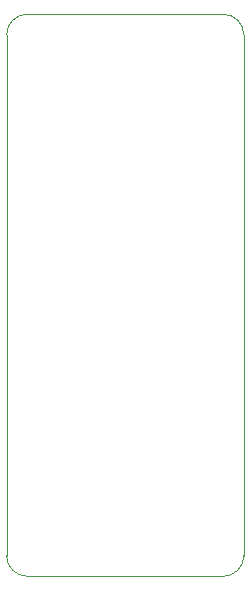
<source format=gbr>
%TF.GenerationSoftware,KiCad,Pcbnew,7.0.1*%
%TF.CreationDate,2023-03-18T17:30:28+01:00*%
%TF.ProjectId,gateway-nano-E01-ml01sp4,67617465-7761-4792-9d6e-616e6f2d4530,rev?*%
%TF.SameCoordinates,Original*%
%TF.FileFunction,Profile,NP*%
%FSLAX46Y46*%
G04 Gerber Fmt 4.6, Leading zero omitted, Abs format (unit mm)*
G04 Created by KiCad (PCBNEW 7.0.1) date 2023-03-18 17:30:28*
%MOMM*%
%LPD*%
G01*
G04 APERTURE LIST*
%TA.AperFunction,Profile*%
%ADD10C,0.100000*%
%TD*%
G04 APERTURE END LIST*
D10*
X133099030Y-80300000D02*
X133099030Y-124388444D01*
X131345892Y-126141582D02*
X114760548Y-126141582D01*
X131345892Y-126141554D02*
G75*
G03*
X133099030Y-124388444I-54J1753192D01*
G01*
X113007418Y-124388444D02*
G75*
G03*
X114760548Y-126141582I1753220J82D01*
G01*
X131345854Y-78546900D02*
X114760510Y-78546900D01*
X133099000Y-80300038D02*
G75*
G03*
X131345854Y-78546900I-1753200J-62D01*
G01*
X114760510Y-78546910D02*
G75*
G03*
X113007410Y-80300000I-10J-1753090D01*
G01*
X113007410Y-80300000D02*
X113007410Y-124388444D01*
M02*

</source>
